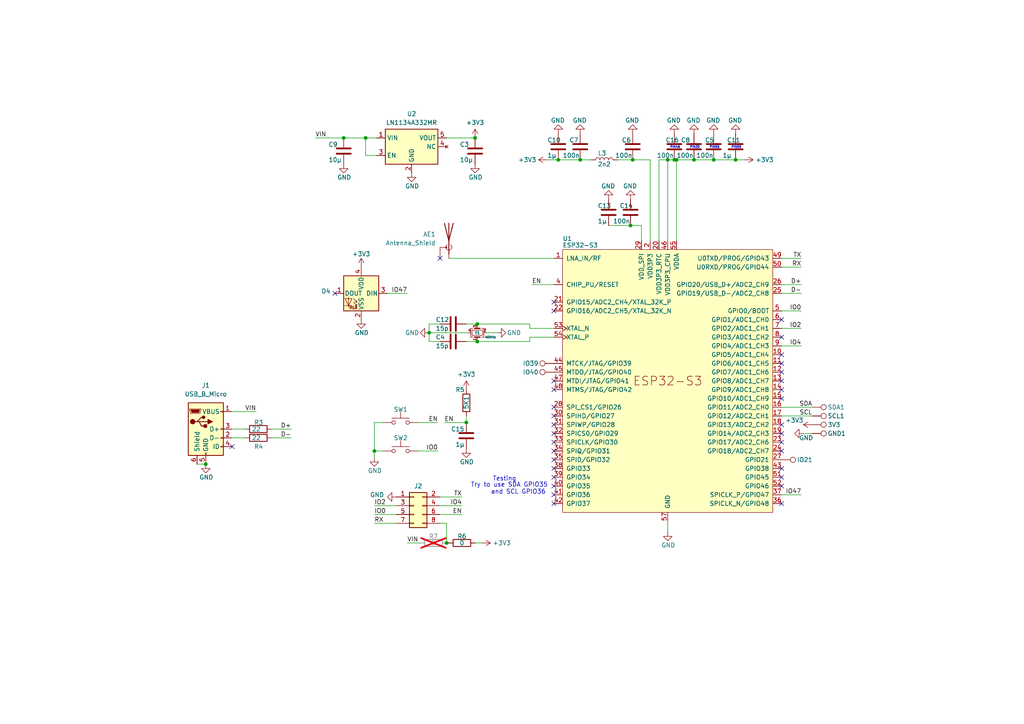
<source format=kicad_sch>
(kicad_sch (version 20230121) (generator eeschema)
  (paper "A4")
  (lib_symbols
    (symbol "Connector:TestPoint" (pin_numbers hide) (pin_names (offset 0.762) hide)
      (property "Reference" "TP" (at 0 6.858 0))
      (property "Value" "TestPoint" (at 0 5.08 0))
      (symbol "TestPoint_0_1"
        (circle (center 0 3.302) (radius 0.762))
      )
      (symbol "TestPoint_1_1"
        (pin passive line (at 0 0 90) (length 2.54) (name "1") (number "1"))
      )
    )
    (symbol "Connector:USB_B_Micro" (pin_names (offset 1.016))
      (property "Reference" "J" (at -5.08 11.43 0))
      (property "Value" "USB_B_Micro" (at -5.08 8.89 0))
      (symbol "USB_B_Micro_0_1"
        (rectangle (start -5.08 -7.62) (end 5.08 7.62) (stroke (width 0.254)) (fill (type background)))
        (circle (center -3.81 2.159) (radius 0.635) (stroke (width 0.254)) (fill (type outline)))
        (circle (center -0.635 3.429) (radius 0.381) (stroke (width 0.254)) (fill (type outline)))
        (rectangle (start -0.127 -7.62) (end 0.127 -6.858))
        (polyline (pts (xy -1.905 2.159) (xy 0.635 2.159)) (stroke (width 0.254)))
        (polyline (pts (xy -3.175 2.159) (xy -2.54 2.159) (xy -1.27 3.429) (xy -0.635 3.429)) (stroke (width 0.254)))
        (polyline (pts (xy -2.54 2.159) (xy -1.905 2.159) (xy -1.27 0.889) (xy 0 0.889)) (stroke (width 0.254)))
        (polyline (pts (xy 0.635 2.794) (xy 0.635 1.524) (xy 1.905 2.159) (xy 0.635 2.794)) (stroke (width 0.254)) (fill (type outline)))
        (polyline (pts (xy -4.318 5.588) (xy -1.778 5.588) (xy -2.032 4.826) (xy -4.064 4.826) (xy -4.318 5.588)) (fill (type outline)))
        (polyline (pts (xy -4.699 5.842) (xy -4.699 5.588) (xy -4.445 4.826) (xy -4.445 4.572) (xy -1.651 4.572) (xy -1.651 4.826) (xy -1.397 5.588) (xy -1.397 5.842) (xy -4.699 5.842)))
        (rectangle (start 0.254 1.27) (end -0.508 0.508) (stroke (width 0.254)) (fill (type outline)))
        (rectangle (start 5.08 -5.207) (end 4.318 -4.953))
        (rectangle (start 5.08 -2.667) (end 4.318 -2.413))
        (rectangle (start 5.08 -0.127) (end 4.318 0.127))
        (rectangle (start 5.08 4.953) (end 4.318 5.207))
      )
      (symbol "USB_B_Micro_1_1"
        (pin power_out line (at 7.62 5.08 180) (length 2.54) (name "VBUS") (number "1"))
        (pin bidirectional line (at 7.62 -2.54 180) (length 2.54) (name "D-") (number "2"))
        (pin bidirectional line (at 7.62 0 180) (length 2.54) (name "D+") (number "3"))
        (pin passive line (at 7.62 -5.08 180) (length 2.54) (name "ID") (number "4"))
        (pin power_out line (at 0 -10.16 90) (length 2.54) (name "GND") (number "5"))
        (pin passive line (at -2.54 -10.16 90) (length 2.54) (name "Shield") (number "6"))
      )
    )
    (symbol "Connector_Generic:Conn_02x04_Odd_Even" (pin_names (offset 1.016) hide)
      (property "Reference" "J" (at 1.27 5.08 0))
      (property "Value" "Conn_02x04_Odd_Even" (at 1.27 -7.62 0))
      (symbol "Conn_02x04_Odd_Even_1_1"
        (rectangle (start -1.27 -4.953) (end 0 -5.207) (stroke (width 0.1524)))
        (rectangle (start -1.27 -2.413) (end 0 -2.667) (stroke (width 0.1524)))
        (rectangle (start -1.27 0.127) (end 0 -0.127) (stroke (width 0.1524)))
        (rectangle (start -1.27 2.667) (end 0 2.413) (stroke (width 0.1524)))
        (rectangle (start -1.27 3.81) (end 3.81 -6.35) (stroke (width 0.254)) (fill (type background)))
        (rectangle (start 3.81 -4.953) (end 2.54 -5.207) (stroke (width 0.1524)))
        (rectangle (start 3.81 -2.413) (end 2.54 -2.667) (stroke (width 0.1524)))
        (rectangle (start 3.81 0.127) (end 2.54 -0.127) (stroke (width 0.1524)))
        (rectangle (start 3.81 2.667) (end 2.54 2.413) (stroke (width 0.1524)))
        (pin passive line (at -5.08 2.54 0) (length 3.81) (name "Pin_1") (number "1"))
        (pin passive line (at 7.62 2.54 180) (length 3.81) (name "Pin_2") (number "2"))
        (pin passive line (at -5.08 0 0) (length 3.81) (name "Pin_3") (number "3"))
        (pin passive line (at 7.62 0 180) (length 3.81) (name "Pin_4") (number "4"))
        (pin passive line (at -5.08 -2.54 0) (length 3.81) (name "Pin_5") (number "5"))
        (pin passive line (at 7.62 -2.54 180) (length 3.81) (name "Pin_6") (number "6"))
        (pin passive line (at -5.08 -5.08 0) (length 3.81) (name "Pin_7") (number "7"))
        (pin passive line (at 7.62 -5.08 180) (length 3.81) (name "Pin_8") (number "8"))
      )
    )
    (symbol "Device:Antenna_Shield" (pin_numbers hide) (pin_names (offset 1.016) hide)
      (property "Reference" "AE" (at -1.905 4.445 0))
      (property "Value" "Antenna_Shield" (at -1.905 2.54 0))
      (symbol "Antenna_Shield_0_1"
        (arc (start -0.508 -1.143) (mid -0.8429 -2.1194) (end 0 -2.667))
        (arc (start 0 -2.667) (mid 0.7989 -2.1052) (end 0.508 -1.143))
        (polyline (pts (xy 0 -2.54) (xy 0 0)))
        (polyline (pts (xy 0 5.08) (xy 0 -3.81)) (stroke (width 0.254)))
        (polyline (pts (xy 0.762 -1.905) (xy 2.54 -1.905)))
        (polyline (pts (xy 2.54 -2.54) (xy 2.54 -1.905)))
        (polyline (pts (xy 1.27 5.08) (xy 0 0) (xy -1.27 5.08)) (stroke (width 0.254)))
        (circle (center 0.762 -1.905) (radius 0.1778) (fill (type outline)))
      )
      (symbol "Antenna_Shield_1_1"
        (pin input line (at 0 -5.08 90) (length 2.54) (name "A") (number "1"))
        (pin input line (at 2.54 -5.08 90) (length 2.54) (name "Shield") (number "2"))
      )
    )
    (symbol "Device:C" (pin_numbers hide) (pin_names (offset 0.254))
      (property "Reference" "C" (at 0.635 2.54 0))
      (property "Value" "C" (at 0.635 -2.54 0))
      (symbol "C_0_1"
        (polyline (pts (xy -2.032 -0.762) (xy 2.032 -0.762)) (stroke (width 0.508)))
        (polyline (pts (xy -2.032 0.762) (xy 2.032 0.762)) (stroke (width 0.508)))
      )
      (symbol "C_1_1"
        (pin passive line (at 0 3.81 270) (length 2.794) (name "~") (number "1"))
        (pin passive line (at 0 -3.81 90) (length 2.794) (name "~") (number "2"))
      )
    )
    (symbol "Device:Crystal_GND24_Small" (pin_names (offset 1.016) hide)
      (property "Reference" "Y" (at 1.27 4.445 0))
      (property "Value" "Crystal_GND24_Small" (at 1.27 2.54 0))
      (symbol "Crystal_GND24_Small_0_1"
        (rectangle (start -0.762 -1.524) (end 0.762 1.524))
        (polyline (pts (xy -1.27 -0.762) (xy -1.27 0.762)) (stroke (width 0.381)))
        (polyline (pts (xy 1.27 -0.762) (xy 1.27 0.762)) (stroke (width 0.381)))
        (polyline (pts (xy -1.27 -1.27) (xy -1.27 -1.905) (xy 1.27 -1.905) (xy 1.27 -1.27)))
        (polyline (pts (xy -1.27 1.27) (xy -1.27 1.905) (xy 1.27 1.905) (xy 1.27 1.27)))
      )
      (symbol "Crystal_GND24_Small_1_1"
        (pin passive line (at -2.54 0 0) (length 1.27) (name "1") (number "1"))
        (pin passive line (at 0 -2.54 90) (length 0.635) (name "2") (number "2"))
        (pin passive line (at 2.54 0 180) (length 1.27) (name "3") (number "3"))
        (pin passive line (at 0 2.54 270) (length 0.635) (name "4") (number "4"))
      )
    )
    (symbol "Device:L" (pin_numbers hide) (pin_names (offset 1.016) hide)
      (property "Reference" "L" (at -1.27 0 90))
      (property "Value" "L" (at 1.905 0 90))
      (symbol "L_0_1"
        (arc (start 0 -2.54) (mid 0.6323 -1.905) (end 0 -1.27))
        (arc (start 0 -1.27) (mid 0.6323 -0.635) (end 0 0))
        (arc (start 0 0) (mid 0.6323 0.635) (end 0 1.27))
        (arc (start 0 1.27) (mid 0.6323 1.905) (end 0 2.54))
      )
      (symbol "L_1_1"
        (pin passive line (at 0 3.81 270) (length 1.27) (name "1") (number "1"))
        (pin passive line (at 0 -3.81 90) (length 1.27) (name "2") (number "2"))
      )
    )
    (symbol "Device:R" (pin_numbers hide) (pin_names (offset 0))
      (property "Reference" "R" (at 2.032 0 90))
      (property "Value" "R" (at 0 0 90))
      (symbol "R_0_1"
        (rectangle (start -1.016 -2.54) (end 1.016 2.54) (stroke (width 0.254)))
      )
      (symbol "R_1_1"
        (pin passive line (at 0 3.81 270) (length 1.27) (name "~") (number "1"))
        (pin passive line (at 0 -3.81 90) (length 1.27) (name "~") (number "2"))
      )
    )
    (symbol "PCM_Espressif:ESP32-S3" (pin_names (offset 1.016))
      (property "Reference" "U" (at -30.48 43.18 0))
      (property "Value" "ESP32-S3" (at -30.48 40.64 0))
      (symbol "ESP32-S3_0_0"
        (text "ESP32-S3" (at 0 0 0) (effects (font (size 2.54 2.54))))
        (pin bidirectional line (at 33.02 -35.56 180) (length 2.54) (name "SPICLK_N/GPIO48") (number "36"))
        (pin bidirectional line (at 33.02 -33.02 180) (length 2.54) (name "SPICLK_P/GPIO47") (number "37"))
      )
      (symbol "ESP32-S3_0_1"
        (rectangle (start -30.48 38.1) (end 30.48 -38.1) (fill (type background)))
      )
      (symbol "ESP32-S3_1_1"
        (pin bidirectional line (at -33.02 35.56 0) (length 2.54) (name "LNA_IN/RF") (number "1"))
        (pin bidirectional line (at 33.02 7.62 180) (length 2.54) (name "GPIO5/ADC1_CH4") (number "10"))
        (pin bidirectional line (at 33.02 5.08 180) (length 2.54) (name "GPIO6/ADC1_CH5") (number "11"))
        (pin bidirectional line (at 33.02 2.54 180) (length 2.54) (name "GPIO7/ADC1_CH6") (number "12"))
        (pin bidirectional line (at 33.02 0 180) (length 2.54) (name "GPIO8/ADC1_CH7") (number "13"))
        (pin bidirectional line (at 33.02 -2.54 180) (length 2.54) (name "GPIO9/ADC1_CH8") (number "14"))
        (pin bidirectional line (at 33.02 -5.08 180) (length 2.54) (name "GPIO10/ADC1_CH9") (number "15"))
        (pin bidirectional line (at 33.02 -7.62 180) (length 2.54) (name "GPIO11/ADC2_CH0") (number "16"))
        (pin bidirectional line (at 33.02 -10.16 180) (length 2.54) (name "GPIO12/ADC2_CH1") (number "17"))
        (pin bidirectional line (at 33.02 -12.7 180) (length 2.54) (name "GPIO13/ADC2_CH2") (number "18"))
        (pin bidirectional line (at 33.02 -15.24 180) (length 2.54) (name "GPIO14/ADC2_CH3") (number "19"))
        (pin power_in line (at -5.08 40.64 270) (length 2.54) (name "VDD3P3") (number "2"))
        (pin power_in line (at -2.54 40.64 270) (length 2.54) (name "VDD3P3_RTC") (number "20"))
        (pin bidirectional line (at -33.02 22.86 0) (length 2.54) (name "GPIO15/ADC2_CH4/XTAL_32K_P") (number "21"))
        (pin bidirectional line (at -33.02 20.32 0) (length 2.54) (name "GPIO16/ADC2_CH5/XTAL_32K_N") (number "22"))
        (pin bidirectional line (at 33.02 -17.78 180) (length 2.54) (name "GPIO17/ADC2_CH6") (number "23"))
        (pin bidirectional line (at 33.02 -20.32 180) (length 2.54) (name "GPIO18/ADC2_CH7") (number "24"))
        (pin bidirectional line (at 33.02 25.4 180) (length 2.54) (name "GPIO19/USB_D-/ADC2_CH8") (number "25"))
        (pin bidirectional line (at 33.02 27.94 180) (length 2.54) (name "GPIO20/USB_D+/ADC2_CH9") (number "26"))
        (pin bidirectional line (at 33.02 -22.86 180) (length 2.54) (name "GPIO21") (number "27"))
        (pin bidirectional line (at -33.02 -7.62 0) (length 2.54) (name "SPI_CS1/GPIO26") (number "28"))
        (pin power_out line (at -7.62 40.64 270) (length 2.54) (name "VDD_SPI") (number "29"))
        (pin power_in line (at -5.08 40.64 270) (length 2.54) hide (name "VDD3P3") (number "3"))
        (pin bidirectional line (at -33.02 -10.16 0) (length 2.54) (name "SPIHD/GPIO27") (number "30"))
        (pin bidirectional line (at -33.02 -12.7 0) (length 2.54) (name "SPIWP/GPIO28") (number "31"))
        (pin bidirectional line (at -33.02 -15.24 0) (length 2.54) (name "SPICS0/GPIO29") (number "32"))
        (pin bidirectional line (at -33.02 -17.78 0) (length 2.54) (name "SPICLK/GPIO30") (number "33"))
        (pin bidirectional line (at -33.02 -20.32 0) (length 2.54) (name "SPIQ/GPIO31") (number "34"))
        (pin bidirectional line (at -33.02 -22.86 0) (length 2.54) (name "SPID/GPIO32") (number "35"))
        (pin bidirectional line (at -33.02 -25.4 0) (length 2.54) (name "GPIO33") (number "38"))
        (pin bidirectional line (at -33.02 -27.94 0) (length 2.54) (name "GPIO34") (number "39"))
        (pin input line (at -33.02 27.94 0) (length 2.54) (name "CHIP_PU/RESET") (number "4"))
        (pin bidirectional line (at -33.02 -30.48 0) (length 2.54) (name "GPIO35") (number "40"))
        (pin bidirectional line (at -33.02 -33.02 0) (length 2.54) (name "GPIO36") (number "41"))
        (pin bidirectional line (at -33.02 -35.56 0) (length 2.54) (name "GPIO37") (number "42"))
        (pin bidirectional line (at 33.02 -25.4 180) (length 2.54) (name "GPIO38") (number "43"))
        (pin bidirectional line (at -33.02 5.08 0) (length 2.54) (name "MTCK/JTAG/GPIO39") (number "44"))
        (pin bidirectional line (at -33.02 2.54 0) (length 2.54) (name "MTDO/JTAG/GPIO40") (number "45"))
        (pin power_in line (at 0 40.64 270) (length 2.54) (name "VDD3P3_CPU") (number "46"))
        (pin bidirectional line (at -33.02 0 0) (length 2.54) (name "MTDI/JTAG/GPIO41") (number "47"))
        (pin bidirectional line (at -33.02 -2.54 0) (length 2.54) (name "MTMS/JTAG/GPIO42") (number "48"))
        (pin bidirectional line (at 33.02 35.56 180) (length 2.54) (name "U0TXD/PROG/GPIO43") (number "49"))
        (pin bidirectional line (at 33.02 20.32 180) (length 2.54) (name "GPIO0/BOOT") (number "5"))
        (pin bidirectional line (at 33.02 33.02 180) (length 2.54) (name "U0RXD/PROG/GPIO44") (number "50"))
        (pin bidirectional line (at 33.02 -27.94 180) (length 2.54) (name "GPIO45") (number "51"))
        (pin bidirectional line (at 33.02 -30.48 180) (length 2.54) (name "GPIO46") (number "52"))
        (pin input clock (at -33.02 15.24 0) (length 2.54) (name "XTAL_N") (number "53"))
        (pin output clock (at -33.02 12.7 0) (length 2.54) (name "XTAL_P") (number "54"))
        (pin power_in line (at 2.54 40.64 270) (length 2.54) (name "VDDA") (number "55"))
        (pin passive line (at 2.54 40.64 270) (length 2.54) hide (name "VDDA") (number "56"))
        (pin power_in line (at 0 -40.64 90) (length 2.54) (name "GND") (number "57"))
        (pin bidirectional line (at 33.02 17.78 180) (length 2.54) (name "GPIO1/ADC1_CH0") (number "6"))
        (pin bidirectional line (at 33.02 15.24 180) (length 2.54) (name "GPIO2/ADC1_CH1") (number "7"))
        (pin bidirectional line (at 33.02 12.7 180) (length 2.54) (name "GPIO3/ADC1_CH2") (number "8"))
        (pin bidirectional line (at 33.02 10.16 180) (length 2.54) (name "GPIO4/ADC1_CH3") (number "9"))
      )
    )
    (symbol "Switch:SW_Push" (pin_numbers hide) (pin_names (offset 1.016) hide)
      (property "Reference" "SW" (at 1.27 2.54 0))
      (property "Value" "SW_Push" (at 0 -1.524 0))
      (symbol "SW_Push_0_1"
        (circle (center -2.032 0) (radius 0.508))
        (polyline (pts (xy 0 1.27) (xy 0 3.048)))
        (polyline (pts (xy 2.54 1.27) (xy -2.54 1.27)))
        (circle (center 2.032 0) (radius 0.508))
        (pin passive line (at -5.08 0 0) (length 2.54) (name "1") (number "1"))
        (pin passive line (at 5.08 0 180) (length 2.54) (name "2") (number "2"))
      )
    )
    (symbol "TheBrutzlers_Lib:LN1134A332MR"
      (property "Reference" "U" (at 0 8.89 0))
      (property "Value" "LN1134A332MR" (at 0 6.35 0))
      (symbol "LN1134A332MR_0_1"
        (rectangle (start -7.62 5.08) (end 7.62 -5.08) (stroke (width 0.254)) (fill (type background)))
      )
      (symbol "LN1134A332MR_1_1"
        (pin power_in line (at -10.16 2.54 0) (length 2.54) (name "VIN") (number "1"))
        (pin power_in line (at 0 -7.62 90) (length 2.54) (name "GND") (number "2"))
        (pin input line (at -10.16 -2.54 0) (length 2.54) (name "EN") (number "3"))
        (pin no_connect line (at 10.16 0 180) (length 2.54) (name "NC") (number "4"))
        (pin power_out line (at 10.16 2.54 180) (length 2.54) (name "VOUT") (number "5"))
      )
    )
    (symbol "TheBrutzlers_Lib:WS2812B_Geaendertes_Symbol" (pin_names (offset 0.254))
      (property "Reference" "D1" (at 9.525 0.6351 0))
      (property "Value" "WS2812B_Geaendertes_Symbol" (at 9.525 -1.9049 0))
      (symbol "WS2812B_Geaendertes_Symbol_0_0"
        (text "RGB" (at 2.286 -4.191 0) (effects (font (size 0.762 0.762))))
      )
      (symbol "WS2812B_Geaendertes_Symbol_0_1"
        (polyline (pts (xy 1.27 -3.556) (xy 1.778 -3.556)))
        (polyline (pts (xy 1.27 -2.54) (xy 1.778 -2.54)))
        (polyline (pts (xy 4.699 -3.556) (xy 2.667 -3.556)))
        (polyline (pts (xy 2.286 -2.54) (xy 1.27 -3.556) (xy 1.27 -3.048)))
        (polyline (pts (xy 2.286 -1.524) (xy 1.27 -2.54) (xy 1.27 -2.032)))
        (polyline (pts (xy 3.683 -1.016) (xy 3.683 -3.556) (xy 3.683 -4.064)))
        (polyline (pts (xy 4.699 -1.524) (xy 2.667 -1.524) (xy 3.683 -3.556) (xy 4.699 -1.524)))
        (rectangle (start 5.08 5.08) (end -5.08 -5.08) (stroke (width 0.254)) (fill (type background)))
      )
      (symbol "WS2812B_Geaendertes_Symbol_1_1"
        (pin output line (at 7.62 0 180) (length 2.54) (name "DOUT") (number "1"))
        (pin power_in line (at 0 -7.62 90) (length 2.54) (name "VSS") (number "2"))
        (pin input line (at -7.62 0 0) (length 2.54) (name "DIN") (number "3"))
        (pin power_in line (at 0 7.62 270) (length 2.54) (name "VDD") (number "4"))
      )
    )
    (symbol "power:+3V3" (power) (pin_names (offset 0))
      (property "Value" "+3V3" (at 0 3.556 0))
      (symbol "+3V3_0_1"
        (polyline (pts (xy -0.762 1.27) (xy 0 2.54)))
        (polyline (pts (xy 0 0) (xy 0 2.54)))
        (polyline (pts (xy 0 2.54) (xy 0.762 1.27)))
      )
      (symbol "+3V3_1_1"
        (pin power_in line (at 0 0 90) (length 0) hide (name "+3V3") (number "1"))
      )
    )
    (symbol "power:GND" (power) (pin_names (offset 0))
      (property "Value" "GND" (at 0 -3.81 0))
      (symbol "GND_0_1"
        (polyline (pts (xy 0 0) (xy 0 -1.27) (xy 1.27 -1.27) (xy 0 -2.54) (xy -1.27 -1.27) (xy 0 -1.27)))
      )
      (symbol "GND_1_1"
        (pin power_in line (at 0 0 270) (length 0) hide (name "GND") (number "1"))
      )
    )
  )
  (junction (at 138.43 99.06))
  (junction (at 106.045 40.005))
  (junction (at 138.43 93.98))
  (junction (at 213.36 46.355))
  (junction (at 168.275 46.355))
  (junction (at 108.585 130.81) (diameter 0.9144))
  (junction (at 135.255 122.555))
  (junction (at 196.215 46.355))
  (junction (at 201.295 46.355))
  (junction (at 99.695 40.005))
  (junction (at 207.01 46.355))
  (junction (at 193.675 46.355))
  (junction (at 161.925 46.355))
  (junction (at 183.515 46.355))
  (junction (at 137.795 40.005))
  (junction (at 59.69 134.62))
  (junction (at 124.46 96.52))
  (junction (at 195.58 46.355))
  (junction (at 182.88 65.405))
  (junction (at 129.54 157.48))
  (no_connect (at 226.695 146.05))
  (no_connect (at 160.655 133.35))
  (no_connect (at 160.655 140.97))
  (no_connect (at 67.31 129.54))
  (no_connect (at 226.695 135.89))
  (no_connect (at 127.635 74.93))
  (no_connect (at 160.655 138.43))
  (no_connect (at 226.695 125.73))
  (no_connect (at 160.655 130.81))
  (no_connect (at 226.695 97.79))
  (no_connect (at 226.695 130.81))
  (no_connect (at 226.695 113.03))
  (no_connect (at 226.695 140.97))
  (no_connect (at 160.655 87.63))
  (no_connect (at 160.655 120.65))
  (no_connect (at 226.695 92.71))
  (no_connect (at 226.695 107.95))
  (no_connect (at 160.655 146.05))
  (no_connect (at 226.695 105.41))
  (no_connect (at 226.695 115.57))
  (no_connect (at 226.695 138.43))
  (no_connect (at 160.655 143.51))
  (no_connect (at 160.655 125.73))
  (no_connect (at 160.655 90.17))
  (no_connect (at 160.655 113.03))
  (no_connect (at 160.655 128.27))
  (no_connect (at 160.655 123.19))
  (no_connect (at 226.695 128.27))
  (no_connect (at 226.695 110.49))
  (no_connect (at 160.655 110.49))
  (no_connect (at 160.655 135.89))
  (no_connect (at 226.695 102.87))
  (no_connect (at 160.655 118.11))
  (no_connect (at 226.695 123.19))
  (no_connect (at 97.155 85.09))
  (wire (pts (xy 124.46 96.52) (xy 135.89 96.52)))
  (wire (pts (xy 226.695 143.51) (xy 232.41 143.51)))
  (wire (pts (xy 226.695 90.17) (xy 232.41 90.17)))
  (wire (pts (xy 176.53 65.405) (xy 182.88 65.405)))
  (wire (pts (xy 193.675 154.305) (xy 193.675 151.13)))
  (wire (pts (xy 57.15 134.62) (xy 59.69 134.62)))
  (wire (pts (xy 226.695 120.65) (xy 235.585 120.65)))
  (wire (pts (xy 182.88 65.405) (xy 186.055 65.405)))
  (wire (pts (xy 226.695 77.47) (xy 232.41 77.47)))
  (wire (pts (xy 109.22 45.085) (xy 106.045 45.085)))
  (wire (pts (xy 124.46 93.98) (xy 124.46 96.52)))
  (wire (pts (xy 168.275 46.355) (xy 171.45 46.355)))
  (wire (pts (xy 160.655 82.55) (xy 154.305 82.55)))
  (wire (pts (xy 67.31 119.38) (xy 74.295 119.38)))
  (wire (pts (xy 138.43 93.98) (xy 153.67 93.98)))
  (wire (pts (xy 183.515 46.355) (xy 188.595 46.355)))
  (wire (pts (xy 111.125 122.555) (xy 108.585 122.555)))
  (wire (pts (xy 191.135 46.355) (xy 191.135 69.85)))
  (wire (pts (xy 139.7 157.48) (xy 137.795 157.48)))
  (wire (pts (xy 233.045 125.73) (xy 235.585 125.73)))
  (wire (pts (xy 67.31 124.46) (xy 71.12 124.46)))
  (wire (pts (xy 196.215 46.355) (xy 201.295 46.355)))
  (wire (pts (xy 130.175 74.93) (xy 160.655 74.93)))
  (wire (pts (xy 193.675 46.355) (xy 195.58 46.355)))
  (wire (pts (xy 226.695 100.33) (xy 232.41 100.33)))
  (wire (pts (xy 207.01 46.355) (xy 213.36 46.355)))
  (wire (pts (xy 153.67 99.06) (xy 138.43 99.06)))
  (wire (pts (xy 201.295 46.355) (xy 207.01 46.355)))
  (wire (pts (xy 108.585 146.685) (xy 114.935 146.685)))
  (wire (pts (xy 121.285 130.81) (xy 127 130.81)))
  (wire (pts (xy 127.635 149.225) (xy 133.985 149.225)))
  (wire (pts (xy 127.635 144.145) (xy 133.985 144.145)))
  (wire (pts (xy 153.67 97.79) (xy 153.67 99.06)))
  (wire (pts (xy 193.675 46.355) (xy 193.675 69.85)))
  (wire (pts (xy 78.74 124.46) (xy 84.455 124.46)))
  (wire (pts (xy 186.055 65.405) (xy 186.055 69.85)))
  (wire (pts (xy 161.925 46.355) (xy 168.275 46.355)))
  (wire (pts (xy 124.46 99.06) (xy 127.635 99.06)))
  (wire (pts (xy 108.585 151.765) (xy 114.935 151.765)))
  (wire (pts (xy 140.97 96.52) (xy 144.145 96.52)))
  (wire (pts (xy 153.67 93.98) (xy 153.67 95.25)))
  (wire (pts (xy 91.44 40.005) (xy 99.695 40.005)))
  (wire (pts (xy 127.635 93.98) (xy 124.46 93.98)))
  (wire (pts (xy 135.255 120.65) (xy 135.255 122.555)))
  (wire (pts (xy 106.045 40.005) (xy 109.22 40.005)))
  (wire (pts (xy 108.585 149.225) (xy 114.935 149.225)))
  (wire (pts (xy 135.255 93.98) (xy 138.43 93.98)))
  (wire (pts (xy 226.695 74.93) (xy 232.41 74.93)))
  (wire (pts (xy 188.595 46.355) (xy 188.595 69.85)))
  (wire (pts (xy 158.75 46.355) (xy 161.925 46.355)))
  (wire (pts (xy 129.54 151.765) (xy 127.635 151.765)))
  (wire (pts (xy 124.46 96.52) (xy 124.46 99.06)))
  (wire (pts (xy 108.585 122.555) (xy 108.585 130.81)))
  (wire (pts (xy 160.655 97.79) (xy 153.67 97.79)))
  (wire (pts (xy 118.11 157.48) (xy 121.92 157.48)))
  (wire (pts (xy 99.695 40.005) (xy 106.045 40.005)))
  (wire (pts (xy 127.635 146.685) (xy 133.985 146.685)))
  (wire (pts (xy 226.695 118.11) (xy 235.585 118.11)))
  (wire (pts (xy 129.54 157.48) (xy 130.175 157.48)))
  (wire (pts (xy 78.74 127) (xy 84.455 127)))
  (wire (pts (xy 106.045 45.085) (xy 106.045 40.005)))
  (wire (pts (xy 67.31 127) (xy 71.12 127)))
  (wire (pts (xy 226.695 95.25) (xy 232.41 95.25)))
  (wire (pts (xy 112.395 85.09) (xy 118.11 85.09)))
  (wire (pts (xy 129.54 40.005) (xy 137.795 40.005)))
  (wire (pts (xy 129.54 157.48) (xy 129.54 151.765)))
  (wire (pts (xy 195.58 46.355) (xy 196.215 46.355)))
  (wire (pts (xy 121.285 122.555) (xy 127 122.555)))
  (wire (pts (xy 226.695 85.09) (xy 232.41 85.09)))
  (wire (pts (xy 226.695 82.55) (xy 232.41 82.55)))
  (wire (pts (xy 179.07 46.355) (xy 183.515 46.355)))
  (wire (pts (xy 108.585 130.81) (xy 108.585 132.715)))
  (wire (pts (xy 111.125 130.81) (xy 108.585 130.81)))
  (wire (pts (xy 135.255 122.555) (xy 128.905 122.555)))
  (wire (pts (xy 196.215 46.355) (xy 196.215 69.85)))
  (wire (pts (xy 215.9 46.355) (xy 213.36 46.355)))
  (wire (pts (xy 135.255 99.06) (xy 138.43 99.06)))
  (wire (pts (xy 191.135 46.355) (xy 193.675 46.355)))
  (wire (pts (xy 153.67 95.25) (xy 160.655 95.25)))
  (text "PIN20" (at 200.025 43.18 0) (effects (font (size 0.635 0.635)) (justify left bottom)))
  (text "Try to use SDA GPIO35 \n      and SCL GPIO36" (at 136.525 143.51 0) (effects (font (size 1.27 1.27)) (justify left bottom)))
  (text "PIN55" (at 205.74 43.18 0) (effects (font (size 0.635 0.635)) (justify left bottom)))
  (text "PIN55" (at 212.09 43.18 0) (effects (font (size 0.635 0.635)) (justify left bottom)))
  (text "PIN46" (at 194.31 43.18 0) (effects (font (size 0.635 0.635)) (justify left bottom)))
  (text "Testing" (at 142.875 139.7 0) (effects (font (size 1.27 1.27)) (justify left bottom)))
  (label "EN" (at 128.905 122.555 0))
  (label "VIN" (at 91.44 40.005 0))
  (label "IO4" (at 232.41 100.33 180))
  (label "EN" (at 133.985 149.225 180))
  (label "SCL" (at 235.585 120.65 180))
  (label "RX" (at 232.41 77.47 180))
  (label "IO47" (at 232.41 143.51 180))
  (label "TX" (at 232.41 74.93 180))
  (label "VIN" (at 118.11 157.48 0))
  (label "D-" (at 84.455 127 180))
  (label "VIN" (at 74.295 119.38 180))
  (label "IO2" (at 108.585 146.685 0))
  (label "IO0" (at 108.585 149.225 0))
  (label "IO0" (at 127 130.81 180))
  (label "RX" (at 108.585 151.765 0))
  (label "IO4" (at 133.985 146.685 180))
  (label "EN" (at 154.305 82.55 0))
  (label "IO47" (at 118.11 85.09 180))
  (label "D-" (at 232.41 85.09 180))
  (label "D+" (at 84.455 124.46 180))
  (label "TX" (at 133.985 144.145 180))
  (label "D+" (at 232.41 82.55 180))
  (label "SDA" (at 235.585 118.11 180))
  (label "IO0" (at 232.41 90.17 180))
  (label "IO2" (at 232.41 95.25 180))
  (label "EN" (at 127 122.555 180))
  (symbol (lib_id "Device:C") (at 183.515 42.545 0) (unit 1)
    (property "Reference" "C6" (at 180.34 40.64 0) (effects (justify left)))
    (property "Value" "100n" (at 178.435 45.085 0) (effects (justify left)))
    (property "Footprint" "Resistor_SMD:R_0402_1005Metric" (effects hide))
    (property "LCSC" "C1525" (effects hide))
  )
  (symbol (lib_id "power:GND") (at 233.045 125.73 270) (unit 1)
    (property "Reference" "#PWR04" (effects hide))
    (property "Value" "GND" (at 231.775 127 90) (effects (justify left)))
  )
  (symbol (lib_id "power:GND") (at 213.36 38.735 180) (unit 1)
    (property "Reference" "#PWR011" (effects hide))
    (property "Value" "GND" (at 215.265 34.925 0) (effects (justify left)))
  )
  (symbol (lib_id "power:GND") (at 207.01 38.735 180) (unit 1)
    (property "Reference" "#PWR010" (effects hide))
    (property "Value" "GND" (at 208.915 34.925 0) (effects (justify left)))
  )
  (symbol (lib_id "Device:C") (at 201.295 42.545 0) (unit 1)
    (property "Reference" "C8" (at 197.485 40.64 0) (effects (justify left)))
    (property "Value" "100n" (at 196.215 45.085 0) (effects (justify left)))
    (property "Footprint" "Resistor_SMD:R_0402_1005Metric" (effects hide))
    (property "LCSC" "C1525" (effects hide))
  )
  (symbol (lib_id "Connector_Generic:Conn_02x04_Odd_Even") (at 120.015 146.685 0) (unit 1) (in_bom no)
    (property "Reference" "J2" (at 121.285 140.97 0))
    (property "Value" "Conn_02x04_Odd_Even" (effects hide))
    (property "Footprint" "Connector_PinHeader_2.54mm:PinHeader_2x04_P2.54mm_Vertical" (effects hide))
  )
  (symbol (lib_id "Device:C") (at 176.53 61.595 0) (unit 1)
    (property "Reference" "C13" (at 173.355 59.69 0) (effects (justify left)))
    (property "Value" "1µ" (at 173.355 64.135 0) (effects (justify left)))
    (property "Footprint" "Resistor_SMD:R_0402_1005Metric" (effects hide))
    (property "LCSC" "C14445" (effects hide))
  )
  (symbol (lib_id "Connector:TestPoint") (at 235.585 123.19 270) (unit 1) (in_bom no)
    (property "Reference" "3V3" (at 240.03 123.19 90) (effects (justify left)))
    (property "Value" "TestPoint" (effects hide))
    (property "Footprint" "TestPoint:TestPoint_Pad_D1.5mm" (effects hide))
  )
  (symbol (lib_id "Device:L") (at 175.26 46.355 90) (unit 1)
    (property "Reference" "L3" (at 174.625 44.45 90))
    (property "Value" "2n2" (at 175.26 47.625 90))
    (property "Footprint" "Inductor_SMD:L_0402_1005Metric" (effects hide))
    (property "LCSC" "C2941466" (effects hide))
  )
  (symbol (lib_id "Connector:TestPoint") (at 160.655 105.41 90) (unit 1) (in_bom no)
    (property "Reference" "IO39" (at 156.21 105.41 90) (effects (justify left)))
    (property "Value" "TestPoint" (effects hide))
    (property "Footprint" "TestPoint:TestPoint_Pad_D1.5mm" (effects hide))
  )
  (symbol (lib_id "power:+3V3") (at 158.75 46.355 90) (unit 1)
    (property "Reference" "#PWR013" (effects hide))
    (property "Value" "+3V3" (at 155.575 46.355 90) (effects (justify left)))
  )
  (symbol (lib_id "Device:C") (at 137.795 43.815 0) (unit 1)
    (property "Reference" "C3" (at 133.35 41.91 0) (effects (justify left)))
    (property "Value" "10µ" (at 133.35 46.355 0) (effects (justify left)))
    (property "Footprint" "Resistor_SMD:R_0402_1005Metric" (effects hide))
    (property "LCSC" "C315248" (effects hide))
  )
  (symbol (lib_id "power:+3V3") (at 104.775 77.47 0) (unit 1)
    (property "Reference" "#PWR026" (effects hide))
    (property "Value" "+3V3" (at 104.775 73.66 0))
  )
  (symbol (lib_id "power:GND") (at 137.795 47.625 0) (unit 1)
    (property "Reference" "#PWR027" (effects hide))
    (property "Value" "GND" (at 135.89 51.435 0) (effects (justify left)))
  )
  (symbol (lib_id "Device:C") (at 135.255 126.365 0) (unit 1)
    (property "Reference" "C15" (at 130.81 124.46 0) (effects (justify left)))
    (property "Value" "1µ" (at 132.08 128.905 0) (effects (justify left)))
    (property "Footprint" "Resistor_SMD:R_0402_1005Metric" (effects hide))
    (property "LCSC" "C14445" (effects hide))
  )
  (symbol (lib_id "power:GND") (at 176.53 57.785 180) (unit 1)
    (property "Reference" "#PWR022" (effects hide))
    (property "Value" "GND" (at 178.435 53.975 0) (effects (justify left)))
  )
  (symbol (lib_id "Device:C") (at 168.275 42.545 0) (unit 1)
    (property "Reference" "C7" (at 165.1 40.64 0) (effects (justify left)))
    (property "Value" "100n" (at 163.195 45.085 0) (effects (justify left)))
    (property "Footprint" "Resistor_SMD:R_0402_1005Metric" (effects hide))
    (property "LCSC" "C1525" (effects hide))
  )
  (symbol (lib_id "Switch:SW_Push") (at 116.205 122.555 0) (unit 1)
    (property "Reference" "SW1" (at 116.205 118.745 0))
    (property "Value" "SW_Push" (effects hide))
    (property "Footprint" "TheBrutzlers_Lib:microswitch" (effects hide))
    (property "Datasheet" "https://datasheet.lcsc.com/lcsc/2001132236_HYP--Hongyuan-Precision-1TS028B-1100-0450-CT_C482003.pdf" (effects hide))
    (property "LCSC" "C100056" (effects hide))
  )
  (symbol (lib_id "TheBrutzlers_Lib:WS2812B_Geaendertes_Symbol") (at 104.775 85.09 0) (mirror y) (unit 1)
    (property "Reference" "D4" (at 95.885 84.4549 0) (effects (justify left)))
    (property "Value" "WS2812B_Geaendertes_Symbol" (effects hide))
    (property "Footprint" "TheBrutzlers_Lib:LED_Cree-PLCC4_2x2mm_CCW" (effects hide))
    (property "Datasheet" "https://cdn-shop.adafruit.com/datasheets/WS2812B.pdf" (effects hide))
    (property "LCSC" "C965556" (effects hide))
  )
  (symbol (lib_id "power:+3V3") (at 235.585 123.19 90) (unit 1)
    (property "Reference" "#PWR05" (effects hide))
    (property "Value" "+3V3" (at 233.045 121.92 90) (effects (justify left)))
  )
  (symbol (lib_id "power:GND") (at 183.515 38.735 180) (unit 1)
    (property "Reference" "#PWR014" (effects hide))
    (property "Value" "GND" (at 185.42 34.925 0) (effects (justify left)))
  )
  (symbol (lib_id "power:+3V3") (at 135.255 113.03 0) (unit 1)
    (property "Reference" "#PWR07" (effects hide))
    (property "Value" "+3V3" (at 135.255 108.585 0))
  )
  (symbol (lib_id "power:GND") (at 124.46 96.52 270) (unit 1)
    (property "Reference" "#PWR019" (effects hide))
    (property "Value" "GND" (at 117.475 96.52 90) (effects (justify left)))
  )
  (symbol (lib_id "Device:R") (at 125.73 157.48 90) (unit 1) (dnp yes)
    (property "Reference" "R7" (at 125.73 155.575 90))
    (property "Value" "0" (at 125.73 157.48 90))
    (property "Footprint" "Resistor_SMD:R_0402_1005Metric" (effects hide))
    (property "LCSC" "C21376" (effects hide))
  )
  (symbol (lib_id "power:GND") (at 193.675 154.305 0) (unit 1)
    (property "Reference" "#PWR03" (effects hide))
    (property "Value" "GND" (at 191.77 158.115 0) (effects (justify left)))
  )
  (symbol (lib_id "Device:C") (at 131.445 99.06 270) (unit 1)
    (property "Reference" "C4" (at 126.365 97.79 90) (effects (justify left)))
    (property "Value" "15p" (at 126.365 100.33 90) (effects (justify left)))
    (property "Footprint" "Resistor_SMD:R_0402_1005Metric" (effects hide))
    (property "LCSC" "C86285" (effects hide))
  )
  (symbol (lib_id "power:GND") (at 161.925 38.735 180) (unit 1)
    (property "Reference" "#PWR017" (effects hide))
    (property "Value" "GND" (at 163.83 34.925 0) (effects (justify left)))
  )
  (symbol (lib_id "power:+3V3") (at 215.9 46.355 270) (unit 1)
    (property "Reference" "#PWR012" (effects hide))
    (property "Value" "+3V3" (at 219.075 46.355 90) (effects (justify left)))
  )
  (symbol (lib_id "power:GND") (at 108.585 132.715 0) (unit 1)
    (property "Reference" "#PWR01" (effects hide))
    (property "Value" "GND" (at 106.68 136.525 0) (effects (justify left)))
  )
  (symbol (lib_id "power:GND") (at 59.69 134.62 0) (unit 1)
    (property "Reference" "#PWR06" (effects hide))
    (property "Value" "GND" (at 57.785 138.43 0) (effects (justify left)))
  )
  (symbol (lib_id "power:GND") (at 201.295 38.735 180) (unit 1)
    (property "Reference" "#PWR015" (effects hide))
    (property "Value" "GND" (at 203.2 34.925 0) (effects (justify left)))
  )
  (symbol (lib_id "Device:R") (at 74.93 124.46 270) (unit 1)
    (property "Reference" "R3" (at 73.66 122.555 90) (effects (justify left)))
    (property "Value" "22" (at 73.025 124.46 90) (effects (justify left)))
    (property "Footprint" "Resistor_SMD:R_0402_1005Metric" (effects hide))
    (property "LCSC" "C25152" (effects hide))
  )
  (symbol (lib_id "power:GND") (at 168.275 38.735 180) (unit 1)
    (property "Reference" "#PWR016" (effects hide))
    (property "Value" "GND" (at 170.18 34.925 0) (effects (justify left)))
  )
  (symbol (lib_id "power:GND") (at 114.935 144.145 270) (unit 1)
    (property "Reference" "#PWR02" (effects hide))
    (property "Value" "GND" (at 107.315 143.5099 90) (effects (justify left)))
  )
  (symbol (lib_id "power:GND") (at 195.58 38.735 180) (unit 1)
    (property "Reference" "#PWR018" (effects hide))
    (property "Value" "GND" (at 197.485 34.925 0) (effects (justify left)))
  )
  (symbol (lib_id "power:GND") (at 119.38 50.165 0) (unit 1)
    (property "Reference" "#PWR028" (effects hide))
    (property "Value" "GND" (at 117.475 53.975 0) (effects (justify left)))
  )
  (symbol (lib_id "Switch:SW_Push") (at 116.205 130.81 0) (unit 1)
    (property "Reference" "SW2" (at 116.205 127 0))
    (property "Value" "SW_Push" (effects hide))
    (property "Footprint" "TheBrutzlers_Lib:microswitch" (effects hide))
    (property "LCSC" "C100056" (effects hide))
  )
  (symbol (lib_id "PCM_Espressif:ESP32-S3") (at 193.675 110.49 0) (unit 1)
    (property "Reference" "U1" (at 163.195 69.215 0) (effects (justify left)))
    (property "Value" "ESP32-S3" (at 163.195 71.12 0) (effects (justify left)))
    (property "Footprint" "Package_DFN_QFN:QFN-56-1EP_7x7mm_P0.4mm_EP5.6x5.6mm" (effects hide))
    (property "Datasheet" "https://www.espressif.com/sites/default/files/documentation/esp32-s3_datasheet_en.pdf" (effects hide))
    (property "LCSC" "C3013940" (effects hide))
  )
  (symbol (lib_id "Connector:TestPoint") (at 235.585 125.73 270) (unit 1) (in_bom no)
    (property "Reference" "GND1" (at 240.03 125.73 90) (effects (justify left)))
    (property "Value" "TestPoint" (effects hide))
    (property "Footprint" "TestPoint:TestPoint_Pad_D1.5mm" (effects hide))
  )
  (symbol (lib_id "power:GND") (at 104.775 92.71 0) (unit 1)
    (property "Reference" "#PWR025" (effects hide))
    (property "Value" "GND" (at 102.87 96.52 0) (effects (justify left)))
  )
  (symbol (lib_id "power:+3V3") (at 137.795 40.005 0) (unit 1)
    (property "Reference" "#PWR030" (effects hide))
    (property "Value" "+3V3" (at 137.795 35.56 0))
  )
  (symbol (lib_id "Device:R") (at 133.985 157.48 90) (unit 1)
    (property "Reference" "R6" (at 133.985 155.575 90))
    (property "Value" "0" (at 133.985 157.48 90))
    (property "Footprint" "Resistor_SMD:R_0402_1005Metric" (effects hide))
    (property "LCSC" "C21376" (effects hide))
  )
  (symbol (lib_id "Device:C") (at 131.445 93.98 270) (unit 1)
    (property "Reference" "C12" (at 126.365 92.71 90) (effects (justify left)))
    (property "Value" "15p" (at 126.365 95.25 90) (effects (justify left)))
    (property "Footprint" "Resistor_SMD:R_0402_1005Metric" (effects hide))
    (property "LCSC" "C86285" (effects hide))
  )
  (symbol (lib_id "Connector:TestPoint") (at 160.655 107.95 90) (unit 1) (in_bom no)
    (property "Reference" "IO40" (at 156.21 107.95 90) (effects (justify left)))
    (property "Value" "TestPoint" (effects hide))
    (property "Footprint" "TestPoint:TestPoint_Pad_D1.5mm" (effects hide))
  )
  (symbol (lib_id "Connector:USB_B_Micro") (at 59.69 124.46 0) (unit 1)
    (property "Reference" "J1" (at 59.69 111.76 0))
    (property "Value" "USB_B_Micro" (at 59.69 114.3 0))
    (property "Footprint" "TheBrutzlers_Lib:10118194" (effects hide))
    (property "Datasheet" "https://datasheet.lcsc.com/lcsc/2201121330_DEALON-USB-MR-D-017_C2926988.pdf" (effects hide))
    (property "LCSC" "C2926988" (effects hide))
  )
  (symbol (lib_id "Device:R") (at 74.93 127 270) (unit 1)
    (property "Reference" "R4" (at 73.66 129.54 90) (effects (justify left)))
    (property "Value" "22" (at 73.025 127 90) (effects (justify left)))
    (property "Footprint" "Resistor_SMD:R_0402_1005Metric" (effects hide))
    (property "LCSC" "C25152" (effects hide))
  )
  (symbol (lib_id "Device:C") (at 161.925 42.545 0) (unit 1)
    (property "Reference" "C10" (at 158.75 40.64 0) (effects (justify left)))
    (property "Value" "1µ" (at 158.75 45.085 0) (effects (justify left)))
    (property "Footprint" "Resistor_SMD:R_0402_1005Metric" (effects hide))
    (property "LCSC" "C14445" (effects hide))
  )
  (symbol (lib_id "power:GND") (at 99.695 47.625 0) (unit 1)
    (property "Reference" "#PWR029" (effects hide))
    (property "Value" "GND" (at 97.79 51.435 0) (effects (justify left)))
  )
  (symbol (lib_id "Device:C") (at 182.88 61.595 0) (unit 1)
    (property "Reference" "C14" (at 179.705 59.69 0) (effects (justify left)))
    (property "Value" "100n" (at 177.8 64.135 0) (effects (justify left)))
    (property "Footprint" "Resistor_SMD:R_0402_1005Metric" (effects hide))
    (property "LCSC" "C1525" (effects hide))
  )
  (symbol (lib_id "power:GND") (at 135.255 130.175 0) (unit 1)
    (property "Reference" "#PWR08" (effects hide))
    (property "Value" "GND" (at 133.35 133.985 0) (effects (justify left)))
  )
  (symbol (lib_id "power:GND") (at 182.88 57.785 180) (unit 1)
    (property "Reference" "#PWR023" (effects hide))
    (property "Value" "GND" (at 184.785 53.975 0) (effects (justify left)))
  )
  (symbol (lib_id "Connector:TestPoint") (at 235.585 118.11 270) (unit 1) (in_bom no)
    (property "Reference" "SDA1" (at 240.03 118.11 90) (effects (justify left)))
    (property "Value" "TestPoint" (effects hide))
    (property "Footprint" "TestPoint:TestPoint_Pad_D1.5mm" (effects hide))
  )
  (symbol (lib_id "power:+3V3") (at 139.7 157.48 270) (unit 1)
    (property "Reference" "#PWR09" (effects hide))
    (property "Value" "+3V3" (at 142.875 157.48 90) (effects (justify left)))
  )
  (symbol (lib_id "TheBrutzlers_Lib:LN1134A332MR") (at 119.38 42.545 0) (unit 1)
    (property "Reference" "U2" (at 119.38 33.02 0))
    (property "Value" "LN1134A332MR" (at 119.38 35.56 0))
    (property "Footprint" "Package_TO_SOT_SMD:TSOT-23-5" (effects hide))
    (property "Datasheet" "https://datasheet.lcsc.com/lcsc/2304140030_NATLINEAR-LN1134A332MR-G_C141419.pdf" (effects hide))
    (property "LCSC" "C141419" (effects hide))
  )
  (symbol (lib_id "Device:C") (at 195.58 42.545 0) (unit 1)
    (property "Reference" "C16" (at 193.04 40.64 0) (effects (justify left)))
    (property "Value" "100n" (at 190.5 45.085 0) (effects (justify left)))
    (property "Footprint" "Resistor_SMD:R_0402_1005Metric" (effects hide))
    (property "LCSC" "C1525" (effects hide))
  )
  (symbol (lib_id "Device:R") (at 135.255 116.84 0) (unit 1)
    (property "Reference" "R5" (at 132.08 113.03 0) (effects (justify left)))
    (property "Value" "5K1" (at 135.255 118.745 90) (effects (justify left)))
    (property "Footprint" "Resistor_SMD:R_0402_1005Metric" (effects hide))
    (property "LCSC" "C25905" (effects hide))
  )
  (symbol (lib_id "power:GND") (at 144.145 96.52 90) (unit 1)
    (property "Reference" "#PWR020" (effects hide))
    (property "Value" "GND" (at 151.13 96.52 90) (effects (justify left)))
  )
  (symbol (lib_id "Device:C") (at 99.695 43.815 0) (unit 1)
    (property "Reference" "C9" (at 95.25 41.91 0) (effects (justify left)))
    (property "Value" "10µ" (at 95.25 46.355 0) (effects (justify left)))
    (property "Footprint" "Resistor_SMD:R_0402_1005Metric" (effects hide))
    (property "LCSC" "C315248" (effects hide))
  )
  (symbol (lib_id "Device:C") (at 213.36 42.545 0) (unit 1)
    (property "Reference" "C11" (at 210.82 40.64 0) (effects (justify left)))
    (property "Value" "1µ" (at 209.55 45.085 0) (effects (justify left)))
    (property "Footprint" "Resistor_SMD:R_0402_1005Metric" (effects hide))
    (property "LCSC" "C14445" (effects hide))
  )
  (symbol (lib_id "Connector:TestPoint") (at 235.585 120.65 270) (unit 1) (in_bom no)
    (property "Reference" "SCL1" (at 240.03 120.65 90) (effects (justify left)))
    (property "Value" "TestPoint" (effects hide))
    (property "Footprint" "TestPoint:TestPoint_Pad_D1.5mm" (effects hide))
  )
  (symbol (lib_id "Device:Antenna_Shield") (at 130.175 69.85 0) (mirror y) (unit 1)
    (property "Reference" "AE1" (at 126.365 67.945 0) (effects (justify left)))
    (property "Value" "Antenna_Shield" (at 126.365 70.485 0) (effects (justify left)))
    (property "Footprint" "TheBrutzlers_Lib:RFANT5220110A2T" (effects hide))
    (property "LCSC" "C201761" (effects hide))
  )
  (symbol (lib_id "Device:C") (at 207.01 42.545 0) (unit 1)
    (property "Reference" "C5" (at 204.47 40.64 0) (effects (justify left)))
    (property "Value" "100n" (at 201.93 45.085 0) (effects (justify left)))
    (property "Footprint" "Resistor_SMD:R_0402_1005Metric" (effects hide))
    (property "LCSC" "C1525" (effects hide))
  )
  (symbol (lib_id "Connector:TestPoint") (at 226.695 133.35 270) (unit 1)
    (property "Reference" "IO21" (at 231.14 133.35 90) (effects (justify left)))
    (property "Value" "TestPoint" (effects hide))
    (property "Footprint" "TestPoint:TestPoint_Pad_D1.5mm" (effects hide))
  )
  (symbol (lib_id "Device:Crystal_GND24_Small") (at 138.43 96.52 90) (unit 1)
    (property "Reference" "Y1" (at 138.43 96.52 90) (effects (font (size 0.762 0.762))))
    (property "Value" "40MHz" (at 142.24 97.79 90) (effects (font (size 0.635 0.635))))
    (property "Footprint" "Crystal:Crystal_SMD_2016-4Pin_2.0x1.6mm" (effects hide))
    (property "LCSC" "C424431" (effects hide))
  )
)
</source>
